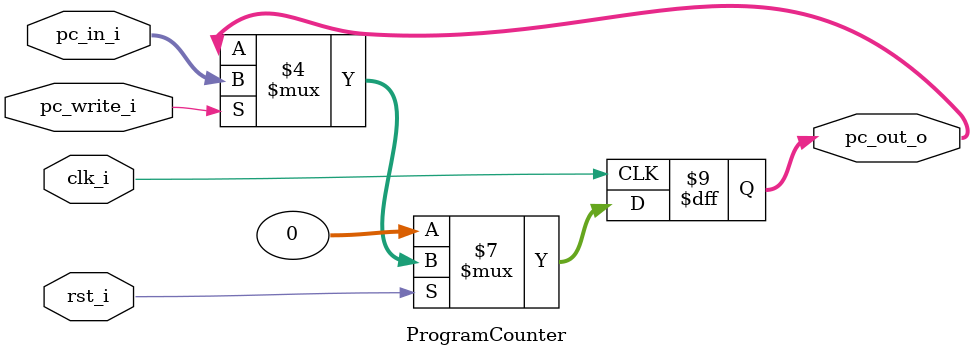
<source format=v>

module ProgramCounter(
    clk_i,
	rst_i,
	pc_write_i,
	pc_in_i,
	pc_out_o
	);
     
//I/O ports
input           clk_i;
input	        rst_i;
input	        pc_write_i;
input  [32-1:0] pc_in_i;
output [32-1:0] pc_out_o;
 
//Internal Signals
reg    [32-1:0] pc_out_o;
 
//Parameter

    
//Main function
always @(posedge clk_i) begin
    if(~rst_i)
	    pc_out_o <= 0;
	else begin
		if (pc_write_i)
	    	pc_out_o <= pc_in_i;
		else
	    	pc_out_o <= pc_out_o;
	end
end

endmodule
</source>
